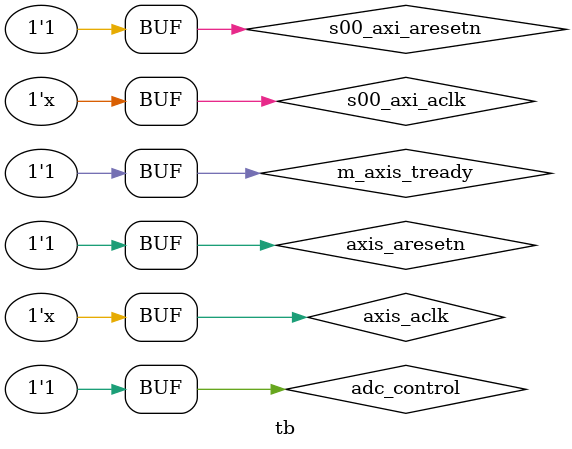
<source format=v>
`timescale 1ns / 1ps
module tb;
	parameter integer C_S00_AXI_DATA_WIDTH	= 32;
	parameter integer C_S00_AXI_ADDR_WIDTH	= 4;
	parameter integer C_AXIS_DWIDTH = 512;


	reg s00_axi_aclk, axis_aclk;
	reg s00_axi_aresetn, axis_aresetn;
	
	reg s_axis_tvalid, m_axis_tready;
	reg [C_AXIS_DWIDTH-1:0] s_axis_tdata;
	wire [C_AXIS_DWIDTH-1:0] m_axis_tdata;
	
	wire s_axis_tready, m_axis_tvalid;
	wire m_axis_tlast;
	reg adc_control;
	
	initial begin
		s00_axi_aclk = 1'b0;
		s00_axi_aresetn = 1'b0;
		axis_aclk = 1'b0;
		axis_aresetn = 1'b0;
		
		s_axis_tvalid = 1'b0;
		m_axis_tready = 1'b0;
		s_axis_tdata = {C_AXIS_DWIDTH{1'b0}};
		adc_control = 1'b1;
		#50;
		axis_aresetn = 1'b1;
		s00_axi_aresetn = 1'b1;
		m_axis_tready = 1'b1;
//		#10000;
//		$finish;
	end
	
	always @ (*) begin
		s00_axi_aclk <= #10 ~s00_axi_aclk;
		axis_aclk <= #5 ~axis_aclk;
	end
	
	always @ (posedge axis_aclk or negedge axis_aresetn) begin
		if (~axis_aresetn) begin
			s_axis_tdata <= {C_AXIS_DWIDTH{1'b0}};
			s_axis_tvalid <= 1'b0;
		end
		else begin
			s_axis_tdata <= s_axis_tdata + 1'b1;
			s_axis_tvalid <= 1'b1;			
		end
	end
	
	axis_flow_ctrl_v1_0 #(
		.C_S00_AXI_DATA_WIDTH(C_S00_AXI_DATA_WIDTH),
		.C_S00_AXI_ADDR_WIDTH(C_S00_AXI_ADDR_WIDTH),
		.C_AXIS_DWIDTH(C_AXIS_DWIDTH)
	) dut (
		.s00_axi_aclk(s00_axi_aclk),
		.s00_axi_aresetn(s00_axi_aresetn),
		
		.s00_axi_awaddr({C_S00_AXI_ADDR_WIDTH{1'b0}}),
		.s00_axi_awprot(3'b0),
		.s00_axi_awvalid(1'b0),
		.s00_axi_wdata({C_S00_AXI_DATA_WIDTH{1'b0}}),
		.s00_axi_wstrb({(C_S00_AXI_DATA_WIDTH/8){1'b0}}),
		.s00_axi_wvalid(1'b0),
		.s00_axi_bready(1'b0),
		.s00_axi_araddr({C_S00_AXI_ADDR_WIDTH{1'b0}}),
		.s00_axi_arprot(3'b0),
		.s00_axi_arvalid(1'b0),
		.s00_axi_rready(1'b0),
		
		.axis_aclk(axis_aclk),
		.axis_aresetn(axis_aresetn),
		
		.s_axis_tvalid(s_axis_tvalid),
		.s_axis_tdata(s_axis_tdata),
		.s_axis_tready(s_axis_tready),
		
		.m_axis_tvalid(m_axis_tvalid),
		.m_axis_tdata(m_axis_tdata),
		.m_axis_tready(m_axis_tready),
		.m_axis_tlast(m_axis_tlast),
		
		.tlast(tlast)
	);
endmodule

</source>
